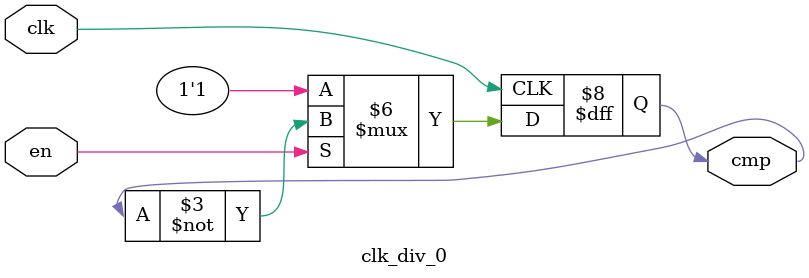
<source format=v>
module clk_div_0(en, clk, cmp);

input en, clk;
output reg cmp;

initial begin
    cmp <= 1'b1;
end

always @(negedge clk) begin
    if(!en) begin 
        cmp <= 1'b1;
    end
    else begin
        cmp <= ~cmp;
    end
end

endmodule

</source>
